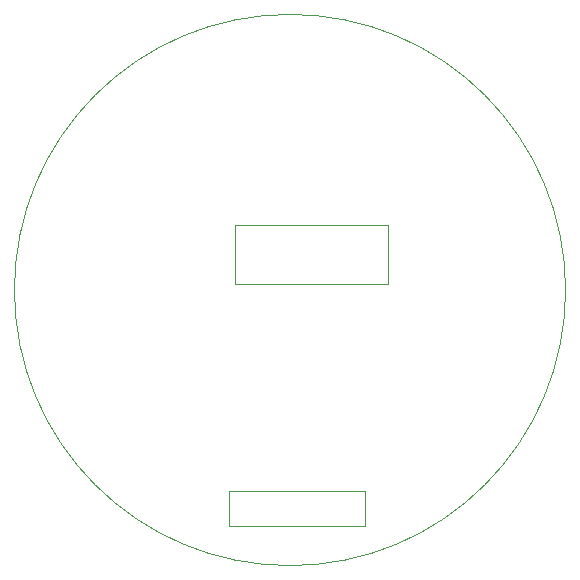
<source format=gbr>
%TF.GenerationSoftware,KiCad,Pcbnew,9.0.2*%
%TF.CreationDate,2025-05-22T16:26:56+02:00*%
%TF.ProjectId,Untitled,556e7469-746c-4656-942e-6b696361645f,rev?*%
%TF.SameCoordinates,Original*%
%TF.FileFunction,Profile,NP*%
%FSLAX46Y46*%
G04 Gerber Fmt 4.6, Leading zero omitted, Abs format (unit mm)*
G04 Created by KiCad (PCBNEW 9.0.2) date 2025-05-22 16:26:56*
%MOMM*%
%LPD*%
G01*
G04 APERTURE LIST*
%TA.AperFunction,Profile*%
%ADD10C,0.100000*%
%TD*%
%TA.AperFunction,Profile*%
%ADD11C,0.050000*%
%TD*%
G04 APERTURE END LIST*
D10*
X143500000Y-75500000D02*
G75*
G02*
X96833066Y-75500000I-23333467J0D01*
G01*
X96833066Y-75500000D02*
G75*
G02*
X143500000Y-75500000I23333467J0D01*
G01*
D11*
X115000000Y-92500000D02*
X126500000Y-92500000D01*
X126500000Y-95500000D01*
X115000000Y-95500000D01*
X115000000Y-92500000D01*
X115500000Y-70000000D02*
X128500000Y-70000000D01*
X128500000Y-75000000D01*
X115500000Y-75000000D01*
X115500000Y-70000000D01*
M02*

</source>
